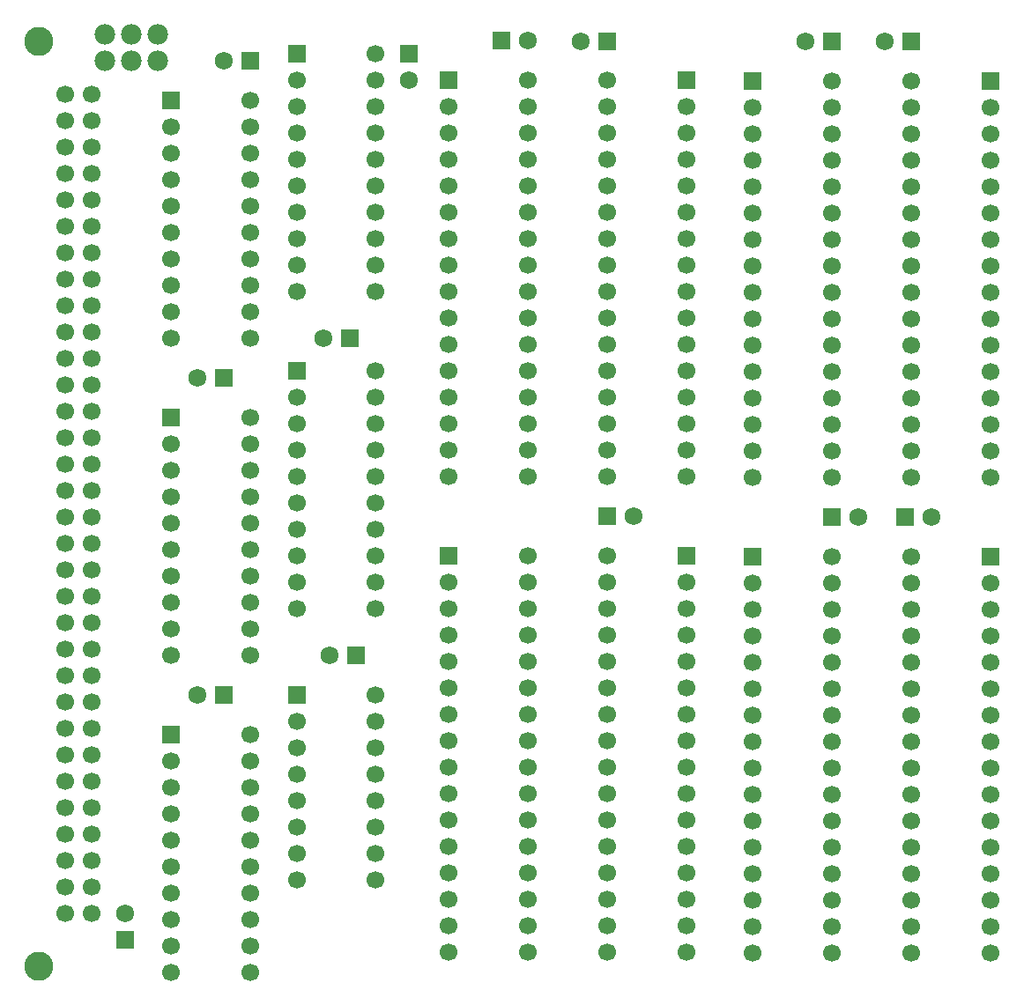
<source format=gbr>
G04 DipTrace 2.4.0.2*
%INBottomMask.gbr*%
%MOIN*%
%ADD29C,0.1102*%
%ADD35C,0.0669*%
%ADD37R,0.0669X0.0669*%
%ADD39C,0.0779*%
%ADD41C,0.0669*%
%ADD43R,0.0679X0.0679*%
%ADD45C,0.0679*%
%FSLAX44Y44*%
G04*
G70*
G90*
G75*
G01*
%LNBotMask*%
%LPD*%
D45*
X8186Y6937D3*
D43*
Y5937D3*
D45*
X10937Y15203D3*
D43*
X11937D3*
D45*
X15686Y28687D3*
D43*
X16686D3*
D45*
X11937Y39195D3*
D43*
X12937D3*
D45*
X15936Y16687D3*
D43*
X16936D3*
D45*
X18937Y38453D3*
D43*
Y39453D3*
D45*
X10937Y27203D3*
D43*
X11937D3*
D45*
X23437Y39953D3*
D43*
X22437D3*
D45*
X25436Y39937D3*
D43*
X26436D3*
D45*
X27437Y21953D3*
D43*
X26437D3*
D45*
X33936Y39937D3*
D43*
X34936D3*
D45*
X38686Y21937D3*
D43*
X37686D3*
D45*
X36936Y39937D3*
D43*
X37936D3*
D45*
X35936Y21937D3*
D43*
X34936D3*
D41*
X6936Y37937D3*
Y36937D3*
Y35937D3*
Y34937D3*
Y33937D3*
Y32937D3*
Y31937D3*
Y30937D3*
Y29937D3*
Y28937D3*
Y27937D3*
Y26937D3*
Y25937D3*
Y24937D3*
Y23937D3*
Y22937D3*
Y21937D3*
Y20937D3*
Y19937D3*
Y18937D3*
Y17937D3*
Y16937D3*
Y15937D3*
Y14937D3*
Y13937D3*
Y12937D3*
Y11937D3*
Y10937D3*
Y9937D3*
Y8937D3*
Y7937D3*
Y6937D3*
X5936Y37937D3*
Y36937D3*
Y35937D3*
Y34937D3*
Y33937D3*
Y32937D3*
Y31937D3*
Y30937D3*
Y29937D3*
Y28937D3*
Y27937D3*
Y26937D3*
Y25937D3*
Y24937D3*
Y23937D3*
Y22937D3*
Y21937D3*
Y20937D3*
Y19937D3*
Y18937D3*
Y17937D3*
Y16937D3*
Y15937D3*
Y14937D3*
Y13937D3*
Y12937D3*
Y11937D3*
Y10937D3*
Y9937D3*
Y8937D3*
Y7937D3*
Y6937D3*
D29*
X4936Y39929D3*
Y4929D3*
D39*
X7437Y40195D3*
X8437D3*
X9437D3*
X7437Y39195D3*
X8437D3*
X9437D3*
D37*
X14687Y39453D3*
D35*
Y38453D3*
Y37453D3*
Y36453D3*
Y35453D3*
Y34453D3*
Y33453D3*
Y32453D3*
Y31453D3*
Y30453D3*
X17679Y39453D3*
Y38453D3*
Y37453D3*
Y36453D3*
Y35453D3*
Y34453D3*
Y33453D3*
Y32453D3*
Y31453D3*
Y30453D3*
D37*
X9937Y37703D3*
D35*
Y36703D3*
Y35703D3*
Y34703D3*
Y33703D3*
Y32703D3*
Y31703D3*
Y30703D3*
Y29703D3*
Y28703D3*
X12929Y37703D3*
Y36703D3*
Y35703D3*
Y34703D3*
Y33703D3*
Y32703D3*
Y31703D3*
Y30703D3*
Y29703D3*
Y28703D3*
D37*
X9937Y25703D3*
D35*
Y24703D3*
Y23703D3*
Y22703D3*
Y21703D3*
Y20703D3*
Y19703D3*
Y18703D3*
Y17703D3*
Y16703D3*
X12929Y25703D3*
Y24703D3*
Y23703D3*
Y22703D3*
Y21703D3*
Y20703D3*
Y19703D3*
Y18703D3*
Y17703D3*
Y16703D3*
D37*
X9937Y13703D3*
D35*
Y12703D3*
Y11703D3*
Y10703D3*
Y9703D3*
Y8703D3*
Y7703D3*
Y6703D3*
Y5703D3*
Y4703D3*
X12929Y13703D3*
Y12703D3*
Y11703D3*
Y10703D3*
Y9703D3*
Y8703D3*
Y7703D3*
Y6703D3*
Y5703D3*
Y4703D3*
D37*
X14687Y27453D3*
D35*
Y26453D3*
Y25453D3*
Y24453D3*
Y23453D3*
Y22453D3*
Y21453D3*
Y20453D3*
Y19453D3*
Y18453D3*
X17679Y27453D3*
Y26453D3*
Y25453D3*
Y24453D3*
Y23453D3*
Y22453D3*
Y21453D3*
Y20453D3*
Y19453D3*
Y18453D3*
D37*
X14687Y15203D3*
D35*
Y14203D3*
Y13203D3*
Y12203D3*
Y11203D3*
Y10203D3*
Y9203D3*
Y8203D3*
X17679D3*
Y9203D3*
Y10203D3*
Y11203D3*
Y12203D3*
Y13203D3*
Y14203D3*
Y15203D3*
D37*
X20437Y38453D3*
D35*
Y37453D3*
Y36453D3*
Y35453D3*
Y34453D3*
Y33453D3*
Y32453D3*
Y31453D3*
Y30453D3*
Y29453D3*
Y28453D3*
Y27453D3*
Y26453D3*
Y25453D3*
Y24453D3*
Y23453D3*
X26437D3*
Y24453D3*
Y25453D3*
Y26453D3*
Y27453D3*
Y28453D3*
Y29453D3*
Y30453D3*
Y31453D3*
Y32453D3*
Y33453D3*
Y34453D3*
Y35453D3*
Y36453D3*
Y37453D3*
Y38453D3*
D37*
X20437Y20453D3*
D35*
Y19453D3*
Y18453D3*
Y17453D3*
Y16453D3*
Y15453D3*
Y14453D3*
Y13453D3*
Y12453D3*
Y11453D3*
Y10453D3*
Y9453D3*
Y8453D3*
Y7453D3*
Y6453D3*
Y5453D3*
X26437D3*
Y6453D3*
Y7453D3*
Y8453D3*
Y9453D3*
Y10453D3*
Y11453D3*
Y12453D3*
Y13453D3*
Y14453D3*
Y15453D3*
Y16453D3*
Y17453D3*
Y18453D3*
Y19453D3*
Y20453D3*
D37*
X29437Y38453D3*
D35*
Y37453D3*
Y36453D3*
Y35453D3*
Y34453D3*
Y33453D3*
Y32453D3*
Y31453D3*
Y30453D3*
Y29453D3*
Y28453D3*
Y27453D3*
Y26453D3*
Y25453D3*
Y24453D3*
Y23453D3*
X23437D3*
Y24453D3*
Y25453D3*
Y26453D3*
Y27453D3*
Y28453D3*
Y29453D3*
Y30453D3*
Y31453D3*
Y32453D3*
Y33453D3*
Y34453D3*
Y35453D3*
Y36453D3*
Y37453D3*
Y38453D3*
D37*
X29437Y20453D3*
D35*
Y19453D3*
Y18453D3*
Y17453D3*
Y16453D3*
Y15453D3*
Y14453D3*
Y13453D3*
Y12453D3*
Y11453D3*
Y10453D3*
Y9453D3*
Y8453D3*
Y7453D3*
Y6453D3*
Y5453D3*
X23437D3*
Y6453D3*
Y7453D3*
Y8453D3*
Y9453D3*
Y10453D3*
Y11453D3*
Y12453D3*
Y13453D3*
Y14453D3*
Y15453D3*
Y16453D3*
Y17453D3*
Y18453D3*
Y19453D3*
Y20453D3*
D37*
X31936Y38437D3*
D35*
Y37437D3*
Y36437D3*
Y35437D3*
Y34437D3*
Y33437D3*
Y32437D3*
Y31437D3*
Y30437D3*
Y29437D3*
Y28437D3*
Y27437D3*
Y26437D3*
Y25437D3*
Y24437D3*
Y23437D3*
X37936D3*
Y24437D3*
Y25437D3*
Y26437D3*
Y27437D3*
Y28437D3*
Y29437D3*
Y30437D3*
Y31437D3*
Y32437D3*
Y33437D3*
Y34437D3*
Y35437D3*
Y36437D3*
Y37437D3*
Y38437D3*
D37*
X31936Y20437D3*
D35*
Y19437D3*
Y18437D3*
Y17437D3*
Y16437D3*
Y15437D3*
Y14437D3*
Y13437D3*
Y12437D3*
Y11437D3*
Y10437D3*
Y9437D3*
Y8437D3*
Y7437D3*
Y6437D3*
Y5437D3*
X37936D3*
Y6437D3*
Y7437D3*
Y8437D3*
Y9437D3*
Y10437D3*
Y11437D3*
Y12437D3*
Y13437D3*
Y14437D3*
Y15437D3*
Y16437D3*
Y17437D3*
Y18437D3*
Y19437D3*
Y20437D3*
D37*
X40936Y38437D3*
D35*
Y37437D3*
Y36437D3*
Y35437D3*
Y34437D3*
Y33437D3*
Y32437D3*
Y31437D3*
Y30437D3*
Y29437D3*
Y28437D3*
Y27437D3*
Y26437D3*
Y25437D3*
Y24437D3*
Y23437D3*
X34936D3*
Y24437D3*
Y25437D3*
Y26437D3*
Y27437D3*
Y28437D3*
Y29437D3*
Y30437D3*
Y31437D3*
Y32437D3*
Y33437D3*
Y34437D3*
Y35437D3*
Y36437D3*
Y37437D3*
Y38437D3*
D37*
X40936Y20437D3*
D35*
Y19437D3*
Y18437D3*
Y17437D3*
Y16437D3*
Y15437D3*
Y14437D3*
Y13437D3*
Y12437D3*
Y11437D3*
Y10437D3*
Y9437D3*
Y8437D3*
Y7437D3*
Y6437D3*
Y5437D3*
X34936D3*
Y6437D3*
Y7437D3*
Y8437D3*
Y9437D3*
Y10437D3*
Y11437D3*
Y12437D3*
Y13437D3*
Y14437D3*
Y15437D3*
Y16437D3*
Y17437D3*
Y18437D3*
Y19437D3*
Y20437D3*
M02*

</source>
